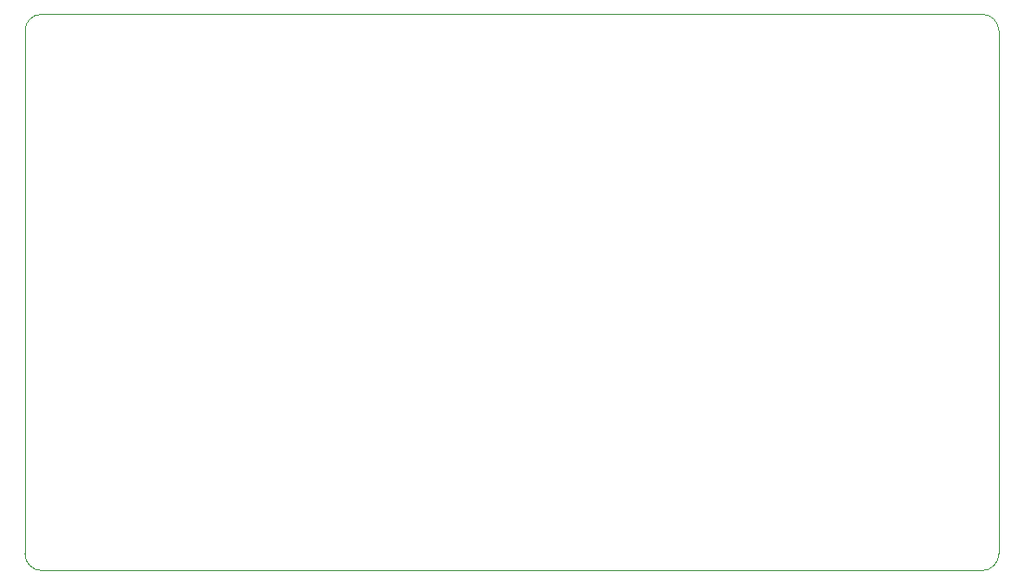
<source format=gm1>
%TF.GenerationSoftware,KiCad,Pcbnew,7.0.2*%
%TF.CreationDate,2023-06-21T18:27:12-05:00*%
%TF.ProjectId,MXB_INTMCU.kicad_pro,4d58425f-494e-4544-9d43-552e6b696361,rev?*%
%TF.SameCoordinates,Original*%
%TF.FileFunction,Profile,NP*%
%FSLAX46Y46*%
G04 Gerber Fmt 4.6, Leading zero omitted, Abs format (unit mm)*
G04 Created by KiCad (PCBNEW 7.0.2) date 2023-06-21 18:27:12*
%MOMM*%
%LPD*%
G01*
G04 APERTURE LIST*
%TA.AperFunction,Profile*%
%ADD10C,0.100000*%
%TD*%
G04 APERTURE END LIST*
D10*
X163514000Y-104066000D02*
G75*
G03*
X165038000Y-102542000I0J1524000D01*
G01*
X165038000Y-54790000D02*
G75*
G03*
X163514000Y-53266000I-1524000J0D01*
G01*
X77662000Y-53266000D02*
G75*
G03*
X76138000Y-54790000I0J-1524000D01*
G01*
X76138000Y-102542000D02*
G75*
G03*
X77662000Y-104066000I1524000J0D01*
G01*
X77662000Y-53266000D02*
X163514000Y-53266000D01*
X76138000Y-102542000D02*
X76138000Y-54790000D01*
X163514000Y-104066000D02*
X77662000Y-104066000D01*
X165038000Y-54790000D02*
X165038000Y-102542000D01*
M02*

</source>
